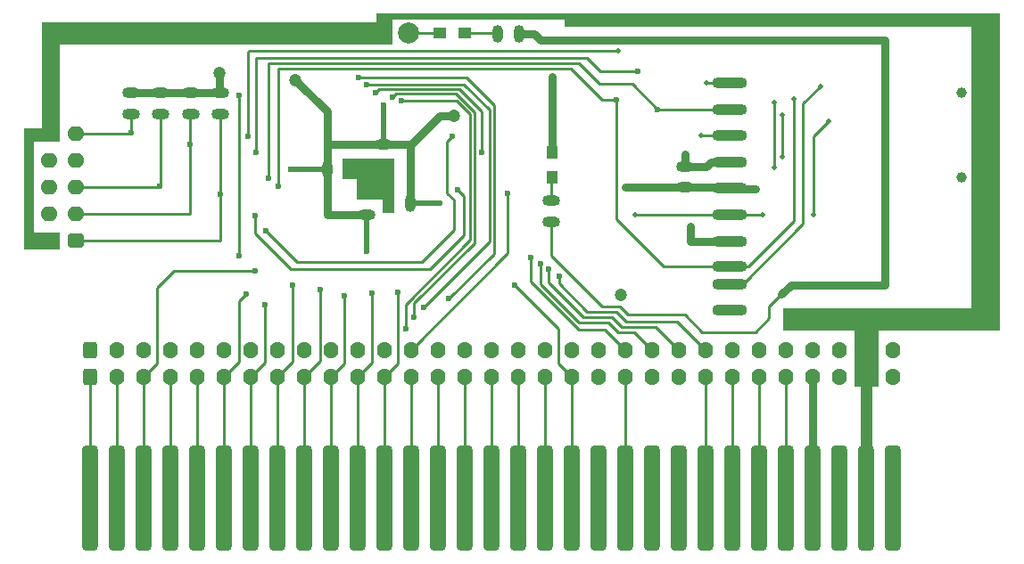
<source format=gtl>
G04 Layer_Physical_Order=1*
G04 Layer_Color=255*
%FSAX24Y24*%
%MOIN*%
G70*
G01*
G75*
%ADD10O,0.0669X0.0394*%
G04:AMPARAMS|DCode=11|XSize=59.1mil|YSize=393.7mil|CornerRadius=14.8mil|HoleSize=0mil|Usage=FLASHONLY|Rotation=0.000|XOffset=0mil|YOffset=0mil|HoleType=Round|Shape=RoundedRectangle|*
%AMROUNDEDRECTD11*
21,1,0.0591,0.3642,0,0,0.0*
21,1,0.0295,0.3937,0,0,0.0*
1,1,0.0295,0.0148,-0.1821*
1,1,0.0295,-0.0148,-0.1821*
1,1,0.0295,-0.0148,0.1821*
1,1,0.0295,0.0148,0.1821*
%
%ADD11ROUNDEDRECTD11*%
%ADD12O,0.0394X0.0669*%
%ADD13R,0.0433X0.0492*%
G04:AMPARAMS|DCode=14|XSize=78.7mil|YSize=78.7mil|CornerRadius=19.7mil|HoleSize=0mil|Usage=FLASHONLY|Rotation=0.000|XOffset=0mil|YOffset=0mil|HoleType=Round|Shape=RoundedRectangle|*
%AMROUNDEDRECTD14*
21,1,0.0787,0.0394,0,0,0.0*
21,1,0.0394,0.0787,0,0,0.0*
1,1,0.0394,0.0197,-0.0197*
1,1,0.0394,-0.0197,-0.0197*
1,1,0.0394,-0.0197,0.0197*
1,1,0.0394,0.0197,0.0197*
%
%ADD14ROUNDEDRECTD14*%
%ADD15O,0.1299X0.0433*%
%ADD16R,0.0492X0.0433*%
%ADD17C,0.0098*%
%ADD18C,0.0295*%
%ADD19C,0.0197*%
%ADD20O,0.0551X0.0630*%
G04:AMPARAMS|DCode=21|XSize=55.1mil|YSize=63mil|CornerRadius=13.8mil|HoleSize=0mil|Usage=FLASHONLY|Rotation=0.000|XOffset=0mil|YOffset=0mil|HoleType=Round|Shape=RoundedRectangle|*
%AMROUNDEDRECTD21*
21,1,0.0551,0.0354,0,0,0.0*
21,1,0.0276,0.0630,0,0,0.0*
1,1,0.0276,0.0138,-0.0177*
1,1,0.0276,-0.0138,-0.0177*
1,1,0.0276,-0.0138,0.0177*
1,1,0.0276,0.0138,0.0177*
%
%ADD21ROUNDEDRECTD21*%
%ADD22O,0.0630X0.0551*%
G04:AMPARAMS|DCode=23|XSize=55.1mil|YSize=63mil|CornerRadius=13.8mil|HoleSize=0mil|Usage=FLASHONLY|Rotation=90.000|XOffset=0mil|YOffset=0mil|HoleType=Round|Shape=RoundedRectangle|*
%AMROUNDEDRECTD23*
21,1,0.0551,0.0354,0,0,90.0*
21,1,0.0276,0.0630,0,0,90.0*
1,1,0.0276,0.0177,0.0138*
1,1,0.0276,0.0177,-0.0138*
1,1,0.0276,-0.0177,-0.0138*
1,1,0.0276,-0.0177,0.0138*
%
%ADD23ROUNDEDRECTD23*%
%ADD24C,0.0787*%
%ADD25C,0.0197*%
%ADD26C,0.0472*%
%ADD27C,0.0236*%
%ADD28C,0.0394*%
%ADD29C,0.0551*%
G36*
X054711Y021998D02*
X050187Y021998D01*
Y019892D01*
X049951D01*
Y015669D01*
X049842D01*
X049816Y015719D01*
X049819Y015724D01*
X049827Y015766D01*
X049819Y015808D01*
X049795Y015844D01*
X049759Y015868D01*
X049717Y015876D01*
X049674Y015868D01*
X049638Y015844D01*
X049621Y015826D01*
X049597Y015790D01*
X049588Y015748D01*
X049594Y015719D01*
X049572Y015680D01*
X049561Y015669D01*
X049499D01*
X049450Y015716D01*
X049468Y016486D01*
X049498Y016516D01*
Y019892D01*
X049291D01*
X049291Y021998D01*
X046614Y021998D01*
Y022854D01*
X053632Y022854D01*
X053632Y033356D01*
X038447Y033356D01*
Y033622D01*
X032008D01*
X032008Y032697D01*
X019566Y032697D01*
Y029065D01*
X018614D01*
Y025672D01*
X019566D01*
Y025049D01*
X018258D01*
Y029584D01*
X018898D01*
X018898Y033543D01*
X031417D01*
Y033874D01*
X054711D01*
Y021998D01*
D02*
G37*
G36*
X032096Y028425D02*
Y026417D01*
X031634D01*
X031634Y026919D01*
X030679Y026919D01*
Y027677D01*
X030148Y027677D01*
X030148Y028421D01*
X030157Y028425D01*
X032096Y028425D01*
D02*
G37*
%LPC*%
G36*
X019157Y029601D02*
X019077Y029584D01*
X019008Y029539D01*
X018963Y029470D01*
X018947Y029390D01*
X018963Y029309D01*
X019008Y029241D01*
X019036Y029213D01*
X019104Y029168D01*
X019185Y029151D01*
X019266Y029168D01*
X019334Y029213D01*
X019380Y029282D01*
X019396Y029362D01*
X019380Y029443D01*
X019334Y029511D01*
X019306Y029539D01*
X019238Y029584D01*
X019157Y029601D01*
D02*
G37*
%LPD*%
G54D10*
X025581Y030118D02*
D03*
Y030906D02*
D03*
X024469D02*
D03*
Y030118D02*
D03*
X023356D02*
D03*
Y030906D02*
D03*
X022244D02*
D03*
Y030118D02*
D03*
X031063Y027126D02*
D03*
Y026339D02*
D03*
X031693Y028189D02*
D03*
Y028976D02*
D03*
X037963Y026073D02*
D03*
Y026860D02*
D03*
X042953Y027362D02*
D03*
Y028150D02*
D03*
G54D11*
X020699Y015748D02*
D03*
X021699D02*
D03*
X022699D02*
D03*
X023699D02*
D03*
X024699D02*
D03*
X025699D02*
D03*
X026699D02*
D03*
X027699D02*
D03*
X028699D02*
D03*
X029699D02*
D03*
X030699D02*
D03*
X031699D02*
D03*
X032699D02*
D03*
X033699D02*
D03*
X034699D02*
D03*
X035699D02*
D03*
X036699D02*
D03*
X037699D02*
D03*
X038699D02*
D03*
X039699D02*
D03*
X040699D02*
D03*
X041699D02*
D03*
X042699D02*
D03*
X043699D02*
D03*
X044699D02*
D03*
X045699D02*
D03*
X046699D02*
D03*
X047699D02*
D03*
X048699D02*
D03*
X049699D02*
D03*
X050699D02*
D03*
G54D12*
X029567Y028031D02*
D03*
X030354D02*
D03*
X031890Y026772D02*
D03*
X032677D02*
D03*
X035945Y033110D02*
D03*
X036732D02*
D03*
G54D13*
X037982Y027736D02*
D03*
Y028661D02*
D03*
G54D14*
X049325Y022402D02*
D03*
X053853D02*
D03*
X054246Y033386D02*
D03*
G54D15*
X044601Y022756D02*
D03*
X044606Y023740D02*
D03*
Y024409D02*
D03*
Y025354D02*
D03*
Y026339D02*
D03*
Y027323D02*
D03*
Y028307D02*
D03*
Y029291D02*
D03*
Y030276D02*
D03*
X044601Y031260D02*
D03*
G54D16*
X033789Y033150D02*
D03*
X034715D02*
D03*
G54D17*
X020699Y015748D02*
X020717Y015766D01*
Y020276D01*
X021717D02*
Y015766D01*
X021699Y015748D01*
X022699D02*
X022717Y015766D01*
Y020276D01*
X023219Y020778D01*
Y023593D01*
X023858Y024232D01*
X026880D01*
X026270Y024813D02*
Y030807D01*
X026604Y029281D02*
Y032411D01*
X026663Y032470D01*
X040463D01*
X039774Y031713D02*
X041171D01*
X040984Y031230D02*
X041929Y030285D01*
X044596D01*
X044606Y030276D01*
X044606Y029291D02*
X044606Y029291D01*
X044606Y029291D02*
X043543D01*
X044606Y026339D02*
X045846D01*
X046998Y026102D02*
Y030669D01*
X047362Y030492D02*
X048002Y031132D01*
X048307Y029823D02*
X047756Y029272D01*
Y026339D01*
X046565Y028514D02*
Y030059D01*
X047362Y030492D02*
Y025994D01*
X045108Y023740D01*
X044606D01*
X045571Y021949D02*
X046083Y022461D01*
Y022904D01*
X046545Y023366D01*
X045305Y024409D02*
X046998Y026102D01*
X045305Y024409D02*
X044606D01*
X042156D01*
X040384Y026181D01*
Y030640D01*
X039852D01*
X038671Y031821D01*
X027746D01*
Y027402D01*
X026929Y028661D02*
Y032205D01*
X039281D01*
X039774Y031713D01*
X039754Y031230D02*
X040984D01*
X039754D02*
X038976Y032008D01*
X027372D01*
Y027697D01*
X026870Y026319D02*
Y025640D01*
X028199Y024311D01*
X033415D01*
X034665Y025561D01*
Y027047D01*
X034449Y027264D01*
X034055Y027146D02*
Y029085D01*
X034252Y029281D01*
X035354Y028671D02*
Y030217D01*
X034518Y031053D01*
X031526D01*
X031388Y030915D01*
X032136Y030866D02*
X034380D01*
X035069Y030177D01*
Y025285D01*
X032825Y023041D01*
Y022490D01*
X032500Y022077D02*
Y022982D01*
X034911Y025394D01*
Y030098D01*
X034409Y030600D01*
X032333D01*
X031063Y031220D02*
X034665D01*
X035630Y030256D01*
Y025344D01*
X033169Y022884D01*
X032205Y023435D02*
Y020764D01*
X031717Y020276D01*
Y015766D01*
X031699Y015748D01*
X032699D02*
X032717Y015766D01*
Y020276D01*
Y021276D02*
X036329Y024888D01*
Y027126D01*
X037963Y026073D02*
Y024793D01*
X039862Y022894D01*
X040522D01*
X040827Y022589D01*
X042953D01*
X043593Y021949D01*
X045571D01*
X045717Y020276D02*
Y015766D01*
X045699Y015748D01*
X046699D02*
X046717Y015766D01*
Y020276D01*
X044717D02*
Y015766D01*
X044699Y015748D01*
X043717Y015766D02*
Y020276D01*
Y021276D02*
X042640Y022352D01*
X040738D01*
X040384Y022707D01*
X039291D01*
X038238Y023760D01*
Y024045D01*
X037844Y023819D02*
Y024291D01*
Y023819D02*
X039163Y022500D01*
X040226D01*
X040591Y022136D01*
X041856D01*
X042717Y021276D01*
X041717D02*
X041063Y021929D01*
X040443D01*
X040079Y022293D01*
X038996D01*
X037539Y023750D01*
Y024498D01*
X037195Y024744D02*
Y023829D01*
X038986Y022037D01*
X039955D01*
X040717Y021276D01*
Y020276D02*
Y015766D01*
X040699Y015748D01*
X043699D02*
X043717Y015766D01*
X047699Y015748D02*
X047717Y015766D01*
X049699Y015748D02*
X049717Y015766D01*
X044606Y026339D02*
X041073D01*
X037963Y027717D02*
X037982Y027736D01*
X037963Y027717D02*
Y026860D01*
X035797Y024882D02*
Y030443D01*
X034774Y031467D01*
X030738D01*
X032008Y030738D02*
X032136Y030866D01*
X033789Y033150D02*
X033789Y033150D01*
X033789Y033150D02*
X032626D01*
X034715Y033150D02*
X035906D01*
X035945Y033110D01*
X034055Y027146D02*
X034311Y026890D01*
Y025778D01*
X033120Y024587D01*
X028435D01*
X027274Y025748D01*
X025573Y025362D02*
Y030110D01*
X025581Y030118D01*
X024469D02*
X024453Y030102D01*
Y026362D01*
X020185D01*
Y027362D02*
X023346D01*
X023356Y027372D01*
Y030118D01*
X022244D02*
Y029390D01*
X022217Y029362D01*
X020185D01*
Y025362D02*
X025573D01*
X026280Y023110D02*
X026555Y023386D01*
X026280Y023110D02*
Y020839D01*
X025717Y020276D01*
Y015766D01*
X025699Y015748D01*
X026699D02*
X026717Y015766D01*
Y020276D01*
X027254Y020813D01*
Y022982D01*
X028268Y023691D02*
Y020827D01*
X027717Y020276D01*
Y015766D01*
X027699Y015748D01*
X028699D02*
X028717Y015766D01*
Y020276D01*
X029311Y020870D01*
Y023543D01*
X030217Y023307D02*
Y020776D01*
X029717Y020276D01*
Y015766D01*
X029699Y015748D01*
X030699D02*
X030717Y015766D01*
Y020276D01*
X031260Y020819D01*
Y023415D01*
X033717Y020276D02*
Y015766D01*
X033699Y015748D01*
X034699D02*
X034717Y015766D01*
Y020276D01*
X035717D02*
Y015766D01*
X035699Y015748D01*
X036699D02*
X036717Y015766D01*
Y020276D01*
X037717D02*
Y015766D01*
X037699Y015748D01*
X038699D02*
X038717Y015766D01*
Y020276D01*
X038209Y020783D01*
Y022067D01*
X036585Y023691D01*
X035797Y024882D02*
X034104Y023189D01*
X043740Y031270D02*
X044591D01*
X044601Y031260D01*
X046270Y030531D02*
Y028091D01*
X024717Y020276D02*
Y015766D01*
X024699Y015748D01*
X023717Y015766D02*
Y020276D01*
Y015766D02*
X023699Y015748D01*
G54D18*
X029587Y026339D02*
Y028012D01*
X029567Y028031D01*
Y028986D01*
Y030207D01*
X028396Y031378D01*
X029567Y028986D02*
X031683D01*
X031693Y028976D01*
X032638D01*
X032677Y028937D01*
X033789Y030049D01*
X034321D01*
X032677Y028937D02*
Y026772D01*
X031063Y026339D02*
X029587D01*
X025581Y030906D02*
X025531Y030955D01*
Y031644D01*
X025581Y030906D02*
X024469D01*
X023356D01*
X022244D01*
X019157Y029390D02*
X019185Y029362D01*
X036732Y033110D02*
X037313D01*
X037549Y032874D01*
X050423D01*
Y023720D01*
X046900D01*
X046545Y023366D01*
X047717Y020276D02*
Y015766D01*
X044606Y025354D02*
X043159D01*
Y025906D01*
X044606Y027323D02*
X044616Y027313D01*
X045591D01*
X044606Y028307D02*
X043898D01*
X043740Y028150D01*
X042953D01*
Y028573D01*
X042933Y028593D01*
X042953Y027362D02*
X044567D01*
X044606Y027323D01*
X042953Y027362D02*
X040718D01*
X037982Y028661D02*
Y031496D01*
G54D19*
X028228Y028031D02*
X029567D01*
X031063Y026339D02*
Y024961D01*
X033780Y026772D02*
X032677D01*
X031693Y028976D02*
Y030433D01*
G54D20*
X021717Y020276D02*
D03*
Y021276D02*
D03*
X022717D02*
D03*
Y020276D02*
D03*
X023717D02*
D03*
X023717Y021276D02*
D03*
X024717D02*
D03*
X024717Y020276D02*
D03*
X025717D02*
D03*
X025717Y021276D02*
D03*
X026717Y021276D02*
D03*
Y020276D02*
D03*
X027717D02*
D03*
Y021276D02*
D03*
X028717Y021276D02*
D03*
X028717Y020276D02*
D03*
X029717D02*
D03*
Y021276D02*
D03*
X030717Y021276D02*
D03*
Y020276D02*
D03*
X031717D02*
D03*
Y021276D02*
D03*
X032717Y021276D02*
D03*
Y020276D02*
D03*
X033717D02*
D03*
X033717Y021276D02*
D03*
X034717D02*
D03*
Y020276D02*
D03*
X035717D02*
D03*
Y021276D02*
D03*
X036717Y021276D02*
D03*
Y020276D02*
D03*
X037717D02*
D03*
X037717Y021276D02*
D03*
X038717Y021276D02*
D03*
Y020276D02*
D03*
X039717D02*
D03*
Y021276D02*
D03*
X040717D02*
D03*
Y020276D02*
D03*
X041717D02*
D03*
Y021276D02*
D03*
X042717D02*
D03*
X042717Y020276D02*
D03*
X043717D02*
D03*
Y021276D02*
D03*
X044717Y021276D02*
D03*
Y020276D02*
D03*
X045717D02*
D03*
Y021276D02*
D03*
X046717D02*
D03*
X046717Y020276D02*
D03*
X047717D02*
D03*
X048717D02*
D03*
Y021276D02*
D03*
X047717Y021276D02*
D03*
X049717Y021276D02*
D03*
Y020276D02*
D03*
X050717D02*
D03*
Y021276D02*
D03*
G54D21*
X020717Y020276D02*
D03*
Y021276D02*
D03*
G54D22*
X019185Y025362D02*
D03*
Y026362D02*
D03*
Y027362D02*
D03*
X020185D02*
D03*
Y026362D02*
D03*
Y028362D02*
D03*
X019185D02*
D03*
Y029362D02*
D03*
X020185D02*
D03*
G54D23*
X020185Y025362D02*
D03*
G54D24*
X032626Y033150D02*
D03*
X031626D02*
D03*
G54D25*
X037982Y031496D02*
D03*
X037313Y033110D02*
D03*
X038632Y033504D02*
D03*
X040463Y032470D02*
D03*
X043543Y029291D02*
D03*
X042933Y028593D02*
D03*
X045591Y027313D02*
D03*
X045846Y026339D02*
D03*
X046565Y028514D02*
D03*
X047756Y026339D02*
D03*
X046270Y028091D02*
D03*
X048307Y029823D02*
D03*
X048002Y031132D02*
D03*
X046998Y030669D02*
D03*
X046565Y030059D02*
D03*
X046270Y030531D02*
D03*
X043740Y031270D02*
D03*
X040718Y027362D02*
D03*
X041073Y026339D02*
D03*
X043159Y025906D02*
D03*
G54D26*
X028396Y031378D02*
D03*
X025531Y031644D02*
D03*
X034321Y030049D02*
D03*
X040532Y023337D02*
D03*
G54D27*
X026555Y023386D02*
D03*
X027254Y022982D02*
D03*
X028268Y023691D02*
D03*
X029311Y023543D02*
D03*
X030217Y023307D02*
D03*
X031260Y023415D02*
D03*
X032825Y022490D02*
D03*
X032500Y022077D02*
D03*
X034104Y023189D02*
D03*
X033169Y022884D02*
D03*
X032205Y023435D02*
D03*
X031063Y024961D02*
D03*
X033780Y026772D02*
D03*
X034449Y027264D02*
D03*
X036329Y027126D02*
D03*
X037195Y024744D02*
D03*
X037539Y024498D02*
D03*
X037844Y024291D02*
D03*
X038238Y024045D02*
D03*
X036585Y023691D02*
D03*
X035354Y028671D02*
D03*
X034252Y029281D02*
D03*
X032333Y030600D02*
D03*
X031063Y031220D02*
D03*
X031388Y030915D02*
D03*
X031693Y030433D02*
D03*
X032008Y030738D02*
D03*
X030738Y031467D02*
D03*
X028228Y028031D02*
D03*
X027746Y027402D02*
D03*
X026929Y028661D02*
D03*
X026604Y029281D02*
D03*
X027372Y027697D02*
D03*
X026870Y026319D02*
D03*
X027274Y025748D02*
D03*
X026880Y024232D02*
D03*
X026270Y024813D02*
D03*
X025571Y027106D02*
D03*
X024459Y028976D02*
D03*
X023327Y027392D02*
D03*
X022234Y029390D02*
D03*
X026270Y030807D02*
D03*
X040384Y030640D02*
D03*
X041171Y031713D02*
D03*
X041929Y030285D02*
D03*
X046545Y023366D02*
D03*
G54D28*
X053268Y027746D02*
D03*
Y030896D02*
D03*
G54D29*
X031024Y027736D02*
D03*
X047047Y022421D02*
D03*
X054065Y023376D02*
D03*
M02*

</source>
